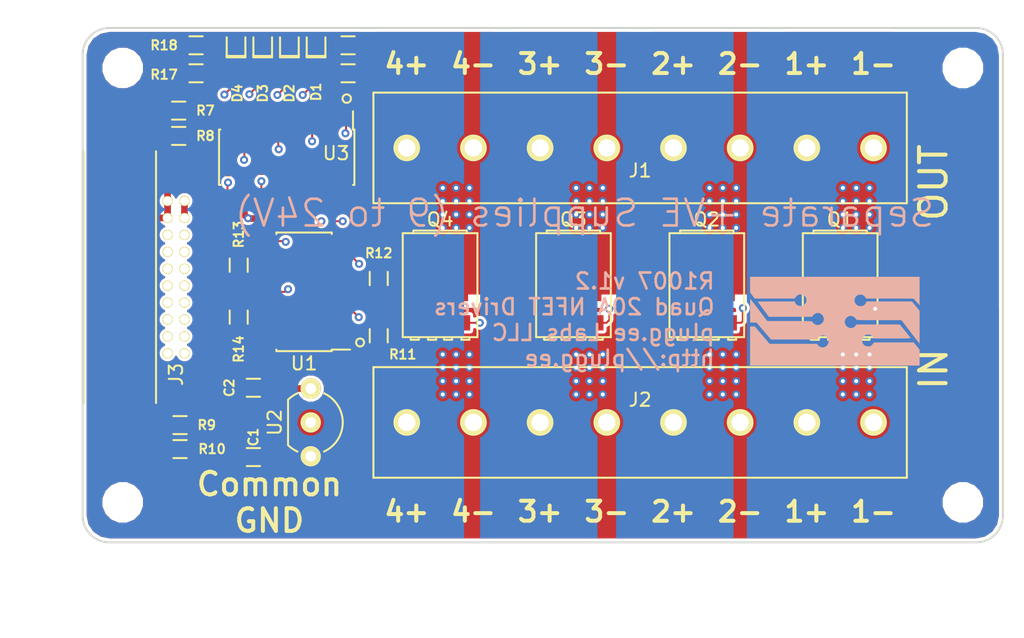
<source format=kicad_pcb>
(kicad_pcb (version 4) (host pcbnew 4.0.6-e0-6349~53~ubuntu14.04.1)
  (layers (0 F.Cu signal) (1 In1.Cu signal hide) (2 In2.Cu signal hide) (31 B.Cu signal hide) (34 B.Paste user) (35 F.Paste user) (36 B.SilkS user) (37 F.SilkS user) (38 B.Mask user) (39 F.Mask user) (44 Edge.Cuts user))
  (net 0 "")
  (net 1 GNDPWR)
  (net 2 GND)
  (net 3 HT)
  (net 4 VDD)
  (net 5 /GN1)
  (net 6 /GN2)
  (net 7 /GN3)
  (net 8 /GN4)
  (net 9 PX1)
  (net 10 PX2)
  (net 11 PX3)
  (net 12 PX4)
  (net 13 +5P)
  (net 14 /INR4)
  (net 15 /INR3)
  (net 16 /INR2)
  (net 17 /INR1)
  (net 18 /IGN3)
  (net 19 /IGN4)
  (net 20 /IGN2)
  (net 21 /IGN1)
  (net 22 /N1)
  (net 23 /N4)
  (net 24 /N2)
  (net 25 /N3)
  (net 26 "Net-(D1-Pad1)")
  (net 27 "Net-(D2-Pad1)")
  (net 28 "Net-(D3-Pad1)")
  (net 29 "Net-(D4-Pad1)")
  (net 30 /VDD4)
  (net 31 /VDD3)
  (net 32 /VDD2)
  (module Main:SOT127P500X110-5 (layer F.Cu) (at 159.8 87.3)
    (fp_text reference Q1 (at 0 -4.925) (layer F.SilkS))
    (fp_text value PSMN1R2-30YLC hide)
    (pad 2 smd rect (at -0.635 2.825) (size 0.7 1.15) (layers F.Cu F.Paste F.Mask) (net 1 GNDPWR))
    (pad 1 smd rect (at -1.905 2.825) (size 0.7 1.15) (layers F.Cu F.Paste F.Mask) (net 1 GNDPWR))
    (pad 3 smd rect (at 0.635 2.825) (size 0.7 1.15) (layers F.Cu F.Paste F.Mask) (net 1 GNDPWR))
    (pad 5 smd rect (at 0 -2.65) (size 4.7 1.55) (layers F.Cu F.Mask) (net 22 /N1))
    (pad 5 smd rect (at 0 -0.45) (size 4.2 3.3) (layers F.Cu F.Mask) (net 22 /N1))
    (pad 4 smd rect (at 1.905 2.825) (size 0.7 1.15) (layers F.Cu F.Paste F.Mask) (net 5 /GN1))
  )
  (module Main:SOT127P500X110-5 (layer F.Cu) (at 149.8 87.3)
    (fp_text reference Q2 (at 0 -4.925) (layer F.SilkS))
    (fp_text value PSMN1R2-30YLC hide)
    (pad 2 smd rect (at -0.635 2.825) (size 0.7 1.15) (layers F.Cu F.Paste F.Mask) (net 1 GNDPWR))
    (pad 1 smd rect (at -1.905 2.825) (size 0.7 1.15) (layers F.Cu F.Paste F.Mask) (net 1 GNDPWR))
    (pad 3 smd rect (at 0.635 2.825) (size 0.7 1.15) (layers F.Cu F.Paste F.Mask) (net 1 GNDPWR))
    (pad 5 smd rect (at 0 -2.65) (size 4.7 1.55) (layers F.Cu F.Mask) (net 24 /N2))
    (pad 5 smd rect (at 0 -0.45) (size 4.2 3.3) (layers F.Cu F.Mask) (net 24 /N2))
    (pad 4 smd rect (at 1.905 2.825) (size 0.7 1.15) (layers F.Cu F.Paste F.Mask) (net 6 /GN2))
  )
  (module Main:SOT127P500X110-5 (layer F.Cu) (at 139.8 87.3)
    (fp_text reference Q3 (at 0 -4.925) (layer F.SilkS))
    (fp_text value PSMN1R2-30YLC hide)
    (pad 2 smd rect (at -0.635 2.825) (size 0.7 1.15) (layers F.Cu F.Paste F.Mask) (net 1 GNDPWR))
    (pad 1 smd rect (at -1.905 2.825) (size 0.7 1.15) (layers F.Cu F.Paste F.Mask) (net 1 GNDPWR))
    (pad 3 smd rect (at 0.635 2.825) (size 0.7 1.15) (layers F.Cu F.Paste F.Mask) (net 1 GNDPWR))
    (pad 5 smd rect (at 0 -2.65) (size 4.7 1.55) (layers F.Cu F.Mask) (net 25 /N3))
    (pad 5 smd rect (at 0 -0.45) (size 4.2 3.3) (layers F.Cu F.Mask) (net 25 /N3))
    (pad 4 smd rect (at 1.905 2.825) (size 0.7 1.15) (layers F.Cu F.Paste F.Mask) (net 7 /GN3))
  )
  (module Main:SOT127P500X110-5 (layer F.Cu) (at 129.8 87.3)
    (fp_text reference Q4 (at 0 -4.925) (layer F.SilkS))
    (fp_text value PSMN1R2-30YLC hide)
    (pad 2 smd rect (at -0.635 2.825) (size 0.7 1.15) (layers F.Cu F.Paste F.Mask) (net 1 GNDPWR))
    (pad 1 smd rect (at -1.905 2.825) (size 0.7 1.15) (layers F.Cu F.Paste F.Mask) (net 1 GNDPWR))
    (pad 3 smd rect (at 0.635 2.825) (size 0.7 1.15) (layers F.Cu F.Paste F.Mask) (net 1 GNDPWR))
    (pad 5 smd rect (at 0 -2.65) (size 4.7 1.55) (layers F.Cu F.Mask) (net 23 /N4))
    (pad 5 smd rect (at 0 -0.45) (size 4.2 3.3) (layers F.Cu F.Mask) (net 23 /N4))
    (pad 4 smd rect (at 1.905 2.825) (size 0.7 1.15) (layers F.Cu F.Paste F.Mask) (net 8 /GN4))
  )
  (module Main:CONN500P-01X08 (layer F.Cu) (at 144.8 77 180)
    (fp_text reference J1 (at 0 -1.7 180) (layer F.SilkS))
    (fp_text value CONN500P-01X08 hide)
    (pad 1 thru_hole circle (at -17.5 0 180) (size 2 2) (drill 1.3) (layers *.Cu *.Mask F.SilkS) (net 22 /N1))
    (pad 2 thru_hole circle (at -12.5 0 180) (size 2 2) (drill 1.3) (layers *.Cu *.Mask F.SilkS) (net 30 /VDD4))
    (pad 8 thru_hole circle (at 17.5 0 180) (size 2 2) (drill 1.3) (layers *.Cu *.Mask F.SilkS) (net 4 VDD))
    (pad 7 thru_hole circle (at 12.5 0 180) (size 2 2) (drill 1.3) (layers *.Cu *.Mask F.SilkS) (net 23 /N4))
    (pad 3 thru_hole circle (at -7.5 0 180) (size 2 2) (drill 1.3) (layers *.Cu *.Mask F.SilkS) (net 24 /N2))
    (pad 4 thru_hole circle (at -2.5 0 180) (size 2 2) (drill 1.3) (layers *.Cu *.Mask F.SilkS) (net 31 /VDD3))
    (pad 5 thru_hole circle (at 2.5 0 180) (size 2 2) (drill 1.3) (layers *.Cu *.Mask F.SilkS) (net 25 /N3))
    (pad 6 thru_hole circle (at 7.5 0 180) (size 2 2) (drill 1.3) (layers *.Cu *.Mask F.SilkS) (net 32 /VDD2))
  )
  (module Main:TO92_AMMO (layer F.Cu) (at 120.1 97.6 270)
    (fp_text reference U2 (at 0 2.7 450) (layer F.SilkS))
    (fp_text value AS78L05ZTR-E1 hide)
    (pad 2 thru_hole circle (at 0 0) (size 1.524 1.524) (drill 0.8) (layers *.Cu *.Mask F.SilkS) (net 1 GNDPWR))
    (pad 3 thru_hole circle (at 2.54 0) (size 1.524 1.524) (drill 0.8) (layers *.Cu *.Mask F.SilkS) (net 4 VDD))
    (pad 1 thru_hole circle (at -2.54 0) (size 1.524 1.524) (drill 0.8) (layers *.Cu *.Mask F.SilkS) (net 13 +5P))
  )
  (module Main:MECH_NPTH_M3 (layer F.Cu) (at 169 109)
    (fp_text reference MP1 hide)
    (fp_text value MECH_NPTH_M3 hide)
    (pad "" np_thru_hole circle (at 0 -5.4) (size 2.6 2.6) (drill 2.6) (layers *.Cu *.Mask F.SilkS))
  )
  (module Main:MECH_NPTH_M3 (layer F.Cu) (at 169 71)
    (fp_text reference MP2 hide)
    (fp_text value MECH_NPTH_M3 hide)
    (pad "" np_thru_hole circle (at 0 0) (size 2.6 2.6) (drill 2.6) (layers *.Cu *.Mask F.SilkS))
  )
  (module Main:MECH_NPTH_M3 (layer F.Cu) (at 106 71)
    (fp_text reference MP3 hide)
    (fp_text value MECH_NPTH_M3 hide)
    (pad "" np_thru_hole circle (at 0 0) (size 2.6 2.6) (drill 2.6) (layers *.Cu *.Mask F.SilkS))
  )
  (module Main:MECH_NPTH_M3 (layer F.Cu) (at 106 109)
    (fp_text reference MP4 hide)
    (fp_text value MECH_NPTH_M3 hide)
    (pad "" np_thru_hole circle (at 0 -5.4) (size 2.6 2.6) (drill 2.6) (layers *.Cu *.Mask F.SilkS))
  )
  (module pluggee:pluggeeLabsIcon-13X7 (layer B.Cu) (at 159.4 90)
    (fp_text reference A1 hide)
    (fp_text value ART hide)
  )
  (module Main:CAPC0603 (layer F.Cu) (at 115.8 100.2 180)
    (fp_text reference C1 (at 0 1.5 270) (layer F.SilkS) (effects (font (size 0.7 0.7))))
    (fp_text value CC0603KRX7R9BB104)
    (pad 1 smd rect (at -0.7745 0 180) (size 0.787 0.864) (layers F.Cu F.Paste F.Mask) (net 4 VDD))
    (pad 2 smd rect (at 0.7745 0 180) (size 0.787 0.864) (layers F.Cu F.Paste F.Mask) (net 1 GNDPWR))
  )
  (module Main:CAPC0603 (layer F.Cu) (at 115.8 95 180)
    (fp_text reference C2 (at 1.8 0 270) (layer F.SilkS) (effects (font (size 0.7 0.7))))
    (fp_text value CC0603KRX7R9BB104)
    (pad 1 smd rect (at -0.7745 0 180) (size 0.787 0.864) (layers F.Cu F.Paste F.Mask) (net 13 +5P))
    (pad 2 smd rect (at 0.7745 0 180) (size 0.787 0.864) (layers F.Cu F.Paste F.Mask) (net 1 GNDPWR))
  )
  (module Main:DIOC200X120X110 (layer F.Cu) (at 120.5 70.4 270)
    (fp_text reference D1 (at 2.4 0 270) (layer F.SilkS) (effects (font (size 0.7 0.7))))
    (fp_text value LTW-170TK hide)
    (pad 1 smd rect (at -1.05 0 270) (size 1.2 1.2) (layers F.Cu F.Paste F.Mask) (net 26 "Net-(D1-Pad1)"))
    (pad 2 smd rect (at 1.05 0 270) (size 1.2 1.2) (layers F.Cu F.Paste F.Mask) (net 5 /GN1))
  )
  (module Main:DIOC200X120X110 (layer F.Cu) (at 118.5 70.4 270)
    (fp_text reference D2 (at 2.5 0 270) (layer F.SilkS) (effects (font (size 0.7 0.7))))
    (fp_text value LTW-170TK hide)
    (pad 1 smd rect (at -1.05 0 270) (size 1.2 1.2) (layers F.Cu F.Paste F.Mask) (net 27 "Net-(D2-Pad1)"))
    (pad 2 smd rect (at 1.05 0 270) (size 1.2 1.2) (layers F.Cu F.Paste F.Mask) (net 6 /GN2))
  )
  (module Main:DIOC200X120X110 (layer F.Cu) (at 116.5 70.4 270)
    (fp_text reference D3 (at 2.5 0 270) (layer F.SilkS) (effects (font (size 0.7 0.7))))
    (fp_text value LTW-170TK hide)
    (pad 1 smd rect (at -1.05 0 270) (size 1.2 1.2) (layers F.Cu F.Paste F.Mask) (net 28 "Net-(D3-Pad1)"))
    (pad 2 smd rect (at 1.05 0 270) (size 1.2 1.2) (layers F.Cu F.Paste F.Mask) (net 7 /GN3))
  )
  (module Main:DIOC200X120X110 (layer F.Cu) (at 114.5 70.4 270)
    (fp_text reference D4 (at 2.5 -0.1 450) (layer F.SilkS) (effects (font (size 0.7 0.7))))
    (fp_text value LTW-170TK hide)
    (pad 1 smd rect (at -1.05 0 270) (size 1.2 1.2) (layers F.Cu F.Paste F.Mask) (net 29 "Net-(D4-Pad1)"))
    (pad 2 smd rect (at 1.05 0 270) (size 1.2 1.2) (layers F.Cu F.Paste F.Mask) (net 8 /GN4))
  )
  (module Main:RESC0603 (layer F.Cu) (at 110.2 74.2 180)
    (fp_text reference R7 (at -2 0 180) (layer F.SilkS) (effects (font (size 0.7 0.7))))
    (fp_text value RC0603FR-071KL)
    (pad 1 smd rect (at -0.7745 0 180) (size 0.787 0.864) (layers F.Cu F.Paste F.Mask) (net 14 /INR4))
    (pad 2 smd rect (at 0.7745 0 180) (size 0.787 0.864) (layers F.Cu F.Paste F.Mask) (net 2 GND))
  )
  (module Main:RESC0603 (layer F.Cu) (at 110.2 76.1 180)
    (fp_text reference R8 (at -2 0 180) (layer F.SilkS) (effects (font (size 0.7 0.7))))
    (fp_text value RC0603FR-071KL)
    (pad 1 smd rect (at -0.7745 0 180) (size 0.787 0.864) (layers F.Cu F.Paste F.Mask) (net 15 /INR3))
    (pad 2 smd rect (at 0.7745 0 180) (size 0.787 0.864) (layers F.Cu F.Paste F.Mask) (net 2 GND))
  )
  (module Main:RESC0603 (layer F.Cu) (at 110.3 97.8 180)
    (fp_text reference R9 (at -2 0 180) (layer F.SilkS) (effects (font (size 0.7 0.7))))
    (fp_text value RC0603FR-071KL)
    (pad 1 smd rect (at -0.7745 0 180) (size 0.787 0.864) (layers F.Cu F.Paste F.Mask) (net 16 /INR2))
    (pad 2 smd rect (at 0.7745 0 180) (size 0.787 0.864) (layers F.Cu F.Paste F.Mask) (net 2 GND))
  )
  (module Main:RESC0603 (layer F.Cu) (at 110.3 99.6 180)
    (fp_text reference R10 (at -2.4 0 180) (layer F.SilkS) (effects (font (size 0.7 0.7))))
    (fp_text value RC0603FR-071KL)
    (pad 1 smd rect (at -0.7745 0 180) (size 0.787 0.864) (layers F.Cu F.Paste F.Mask) (net 17 /INR1))
    (pad 2 smd rect (at 0.7745 0 180) (size 0.787 0.864) (layers F.Cu F.Paste F.Mask) (net 2 GND))
  )
  (module Main:RESC0603 (layer F.Cu) (at 125.2 91.1 270)
    (fp_text reference R11 (at 1.4 -1.8 360) (layer F.SilkS) (effects (font (size 0.7 0.7))))
    (fp_text value RC0603FR-074K7L)
    (pad 1 smd rect (at -0.7745 0 270) (size 0.787 0.864) (layers F.Cu F.Paste F.Mask) (net 19 /IGN4))
    (pad 2 smd rect (at 0.7745 0 270) (size 0.787 0.864) (layers F.Cu F.Paste F.Mask) (net 1 GNDPWR))
  )
  (module Main:RESC0603 (layer F.Cu) (at 125.2 86.8 270)
    (fp_text reference R12 (at -1.9 0 360) (layer F.SilkS) (effects (font (size 0.7 0.7))))
    (fp_text value RC0603FR-074K7L)
    (pad 1 smd rect (at -0.7745 0 270) (size 0.787 0.864) (layers F.Cu F.Paste F.Mask) (net 18 /IGN3))
    (pad 2 smd rect (at 0.7745 0 270) (size 0.787 0.864) (layers F.Cu F.Paste F.Mask) (net 1 GNDPWR))
  )
  (module Main:RESC0603 (layer F.Cu) (at 114.7 85.8 270)
    (fp_text reference R13 (at -2.3 0 270) (layer F.SilkS) (effects (font (size 0.7 0.7))))
    (fp_text value RC0603FR-074K7L)
    (pad 1 smd rect (at -0.7745 0 270) (size 0.787 0.864) (layers F.Cu F.Paste F.Mask) (net 20 /IGN2))
    (pad 2 smd rect (at 0.7745 0 270) (size 0.787 0.864) (layers F.Cu F.Paste F.Mask) (net 1 GNDPWR))
  )
  (module Main:RESC0603 (layer F.Cu) (at 114.7 89.7 270)
    (fp_text reference R14 (at 2.4 0 270) (layer F.SilkS) (effects (font (size 0.7 0.7))))
    (fp_text value RC0603FR-074K7L)
    (pad 1 smd rect (at -0.7745 0 270) (size 0.787 0.864) (layers F.Cu F.Paste F.Mask) (net 21 /IGN1))
    (pad 2 smd rect (at 0.7745 0 270) (size 0.787 0.864) (layers F.Cu F.Paste F.Mask) (net 1 GNDPWR))
  )
  (module Main:RESC0603 (layer F.Cu) (at 122.9 69.3)
    (fp_text reference R15 hide)
    (fp_text value RC0603FR-071KL)
    (pad 1 smd rect (at -0.7745 0) (size 0.787 0.864) (layers F.Cu F.Paste F.Mask) (net 26 "Net-(D1-Pad1)"))
    (pad 2 smd rect (at 0.7745 0) (size 0.787 0.864) (layers F.Cu F.Paste F.Mask) (net 1 GNDPWR))
  )
  (module Main:RESC0603 (layer F.Cu) (at 122.9 71.4)
    (fp_text reference R16 hide)
    (fp_text value RC0603FR-071KL)
    (pad 1 smd rect (at -0.7745 0) (size 0.787 0.864) (layers F.Cu F.Paste F.Mask) (net 27 "Net-(D2-Pad1)"))
    (pad 2 smd rect (at 0.7745 0) (size 0.787 0.864) (layers F.Cu F.Paste F.Mask) (net 1 GNDPWR))
  )
  (module Main:RESC0603 (layer F.Cu) (at 111.5 71.4 180)
    (fp_text reference R17 (at 2.4 -0.1 180) (layer F.SilkS) (effects (font (size 0.7 0.7))))
    (fp_text value RC0603FR-071KL)
    (pad 1 smd rect (at -0.7745 0 180) (size 0.787 0.864) (layers F.Cu F.Paste F.Mask) (net 28 "Net-(D3-Pad1)"))
    (pad 2 smd rect (at 0.7745 0 180) (size 0.787 0.864) (layers F.Cu F.Paste F.Mask) (net 1 GNDPWR))
  )
  (module Main:RESC0603 (layer F.Cu) (at 111.5 69.3 180)
    (fp_text reference R18 (at 2.4 0 180) (layer F.SilkS) (effects (font (size 0.7 0.7))))
    (fp_text value RC0603FR-071KL)
    (pad 1 smd rect (at -0.7745 0 180) (size 0.787 0.864) (layers F.Cu F.Paste F.Mask) (net 29 "Net-(D4-Pad1)"))
    (pad 2 smd rect (at 0.7745 0 180) (size 0.787 0.864) (layers F.Cu F.Paste F.Mask) (net 1 GNDPWR))
  )
  (module Main:CONN500P-01X08 (layer F.Cu) (at 144.8 97.6)
    (fp_text reference J2 (at 0 -1.7) (layer F.SilkS))
    (fp_text value CONN500P-01X08 hide)
    (pad 1 thru_hole circle (at -17.5 0) (size 2 2) (drill 1.3) (layers *.Cu *.Mask F.SilkS) (net 4 VDD))
    (pad 2 thru_hole circle (at -12.5 0) (size 2 2) (drill 1.3) (layers *.Cu *.Mask F.SilkS) (net 1 GNDPWR))
    (pad 8 thru_hole circle (at 17.5 0) (size 2 2) (drill 1.3) (layers *.Cu *.Mask F.SilkS) (net 1 GNDPWR))
    (pad 7 thru_hole circle (at 12.5 0) (size 2 2) (drill 1.3) (layers *.Cu *.Mask F.SilkS) (net 30 /VDD4))
    (pad 3 thru_hole circle (at -7.5 0) (size 2 2) (drill 1.3) (layers *.Cu *.Mask F.SilkS) (net 32 /VDD2))
    (pad 4 thru_hole circle (at -2.5 0) (size 2 2) (drill 1.3) (layers *.Cu *.Mask F.SilkS) (net 1 GNDPWR))
    (pad 5 thru_hole circle (at 2.5 0) (size 2 2) (drill 1.3) (layers *.Cu *.Mask F.SilkS) (net 31 /VDD3))
    (pad 6 thru_hole circle (at 7.5 0) (size 2 2) (drill 1.3) (layers *.Cu *.Mask F.SilkS) (net 1 GNDPWR))
  )
  (module Main:SOIC127P1030X455X210-16 (layer F.Cu) (at 118.3 77.7 270)
    (fp_text reference U3 (at -0.3 -3.7 360) (layer F.SilkS))
    (fp_text value TLP293-4 hide)
    (pad 1 smd rect (at -3.15 -4.445 270) (size 1.2 0.8) (layers F.Cu F.Paste F.Mask) (net 9 PX1))
    (pad 2 smd rect (at -3.15 -3.175 270) (size 1.2 0.8) (layers F.Cu F.Paste F.Mask) (net 17 /INR1))
    (pad 3 smd rect (at -3.15 -1.905 270) (size 1.2 0.8) (layers F.Cu F.Paste F.Mask) (net 10 PX2))
    (pad 4 smd rect (at -3.15 -0.635 270) (size 1.2 0.8) (layers F.Cu F.Paste F.Mask) (net 16 /INR2))
    (pad 5 smd rect (at -3.15 0.635 270) (size 1.2 0.8) (layers F.Cu F.Paste F.Mask) (net 11 PX3))
    (pad 6 smd rect (at -3.15 1.905 270) (size 1.2 0.8) (layers F.Cu F.Paste F.Mask) (net 15 /INR3))
    (pad 7 smd rect (at -3.15 3.175 270) (size 1.2 0.8) (layers F.Cu F.Paste F.Mask) (net 12 PX4))
    (pad 8 smd rect (at -3.15 4.445 270) (size 1.2 0.8) (layers F.Cu F.Paste F.Mask) (net 14 /INR4))
    (pad 9 smd rect (at 3.15 4.445 270) (size 1.2 0.8) (layers F.Cu F.Paste F.Mask) (net 19 /IGN4))
    (pad 10 smd rect (at 3.15 3.175 270) (size 1.2 0.8) (layers F.Cu F.Paste F.Mask) (net 13 +5P))
    (pad 11 smd rect (at 3.15 1.905 270) (size 1.2 0.8) (layers F.Cu F.Paste F.Mask) (net 18 /IGN3))
    (pad 12 smd rect (at 3.15 0.635 270) (size 1.2 0.8) (layers F.Cu F.Paste F.Mask) (net 13 +5P))
    (pad 13 smd rect (at 3.15 -0.635 270) (size 1.2 0.8) (layers F.Cu F.Paste F.Mask) (net 20 /IGN2))
    (pad 14 smd rect (at 3.15 -1.905 270) (size 1.2 0.8) (layers F.Cu F.Paste F.Mask) (net 13 +5P))
    (pad 15 smd rect (at 3.15 -3.175 270) (size 1.2 0.8) (layers F.Cu F.Paste F.Mask) (net 21 /IGN1))
    (pad 16 smd rect (at 3.15 -4.445 270) (size 1.2 0.8) (layers F.Cu F.Paste F.Mask) (net 13 +5P))
  )
  (module Main:SOIC127P870X390X175-14 (layer F.Cu) (at 119.6 87.8 180)
    (fp_text reference U1 (at 0 -5.375 180) (layer F.SilkS))
    (fp_text value 74HC125 hide)
    (pad 1 smd rect (at -2.7 -3.81 180) (size 1.5 0.6) (layers F.Cu F.Paste F.Mask) (net 1 GNDPWR))
    (pad 2 smd rect (at -2.7 -2.54 180) (size 1.5 0.6) (layers F.Cu F.Paste F.Mask) (net 19 /IGN4))
    (pad 3 smd rect (at -2.7 -1.27 180) (size 1.5 0.6) (layers F.Cu F.Paste F.Mask) (net 8 /GN4))
    (pad 4 smd rect (at -2.7 0 180) (size 1.5 0.6) (layers F.Cu F.Paste F.Mask) (net 1 GNDPWR))
    (pad 5 smd rect (at -2.7 1.27 180) (size 1.5 0.6) (layers F.Cu F.Paste F.Mask) (net 18 /IGN3))
    (pad 6 smd rect (at -2.7 2.54 180) (size 1.5 0.6) (layers F.Cu F.Paste F.Mask) (net 7 /GN3))
    (pad 7 smd rect (at -2.7 3.81 180) (size 1.5 0.6) (layers F.Cu F.Paste F.Mask) (net 1 GNDPWR))
    (pad 8 smd rect (at 2.7 3.81 180) (size 1.5 0.6) (layers F.Cu F.Paste F.Mask) (net 6 /GN2))
    (pad 9 smd rect (at 2.7 2.54 180) (size 1.5 0.6) (layers F.Cu F.Paste F.Mask) (net 20 /IGN2))
    (pad 10 smd rect (at 2.7 1.27 180) (size 1.5 0.6) (layers F.Cu F.Paste F.Mask) (net 1 GNDPWR))
    (pad 11 smd rect (at 2.7 0 180) (size 1.5 0.6) (layers F.Cu F.Paste F.Mask) (net 5 /GN1))
    (pad 12 smd rect (at 2.7 -1.27 180) (size 1.5 0.6) (layers F.Cu F.Paste F.Mask) (net 21 /IGN1))
    (pad 13 smd rect (at 2.7 -2.54 180) (size 1.5 0.6) (layers F.Cu F.Paste F.Mask) (net 1 GNDPWR))
    (pad 14 smd rect (at 2.7 -3.81 180) (size 1.5 0.6) (layers F.Cu F.Paste F.Mask) (net 13 +5P))
  )
  (module Main:FIDTOP001 (layer F.Cu) (at 106 99.6)
    (fp_text reference FID1 hide)
    (fp_text value FIDTOP001 hide)
    (pad ~ smd circle (at 0 0) (size 1 1) (layers F.Cu F.Mask) (clearance 0.77))
  )
  (module Main:FIDTOP001 (layer F.Cu) (at 169 99.6)
    (fp_text reference FID2 hide)
    (fp_text value FIDTOP001 hide)
    (pad ~ smd circle (at 0 0) (size 1 1) (layers F.Cu F.Mask) (clearance 0.77))
  )
  (module Main:FIDTOP001 (layer F.Cu) (at 106 75)
    (fp_text reference FID3 hide)
    (fp_text value FIDTOP001 hide)
    (pad ~ smd circle (at 0 0) (size 1 1) (layers F.Cu F.Mask) (clearance 0.77))
  )
  (module Main:CONN127P-02X10 (layer F.Cu) (at 110 86.7 270)
    (fp_text reference J3 (at 7.3 0 270) (layer F.SilkS))
    (fp_text value CONN_R1000A_EXTENSION hide)
    (pad 20 thru_hole circle (at -5.715 0.635 270) (size 0.75 0.75) (drill 0.6) (layers *.Cu *.Mask F.SilkS) (net 2 GND))
    (pad 19 thru_hole circle (at -5.715 -0.635 270) (size 0.75 0.75) (drill 0.6) (layers *.Cu *.Mask F.SilkS) (net 3 HT))
    (pad 2 thru_hole circle (at 5.715 0.635 270) (size 0.75 0.75) (drill 0.6) (layers *.Cu *.Mask F.SilkS))
    (pad 18 thru_hole circle (at -4.445 0.635 270) (size 0.75 0.75) (drill 0.6) (layers *.Cu *.Mask F.SilkS) (net 2 GND))
    (pad 17 thru_hole circle (at -4.445 -0.635 270) (size 0.75 0.75) (drill 0.6) (layers *.Cu *.Mask F.SilkS) (net 3 HT))
    (pad 16 thru_hole circle (at -3.175 0.635 270) (size 0.75 0.75) (drill 0.6) (layers *.Cu *.Mask F.SilkS))
    (pad 15 thru_hole circle (at -3.175 -0.635 270) (size 0.75 0.75) (drill 0.6) (layers *.Cu *.Mask F.SilkS))
    (pad 14 thru_hole circle (at -1.905 0.635 270) (size 0.75 0.75) (drill 0.6) (layers *.Cu *.Mask F.SilkS))
    (pad 13 thru_hole circle (at -1.905 -0.635 270) (size 0.75 0.75) (drill 0.6) (layers *.Cu *.Mask F.SilkS) (net 9 PX1))
    (pad 12 thru_hole circle (at -0.635 0.635 270) (size 0.75 0.75) (drill 0.6) (layers *.Cu *.Mask F.SilkS))
    (pad 11 thru_hole circle (at -0.635 -0.635 270) (size 0.75 0.75) (drill 0.6) (layers *.Cu *.Mask F.SilkS) (net 10 PX2))
    (pad 10 thru_hole circle (at 0.635 0.635 270) (size 0.75 0.75) (drill 0.6) (layers *.Cu *.Mask F.SilkS))
    (pad 9 thru_hole circle (at 0.635 -0.635 270) (size 0.75 0.75) (drill 0.6) (layers *.Cu *.Mask F.SilkS) (net 11 PX3))
    (pad 8 thru_hole circle (at 1.905 0.635 270) (size 0.75 0.75) (drill 0.6) (layers *.Cu *.Mask F.SilkS))
    (pad 7 thru_hole circle (at 1.905 -0.635 270) (size 0.75 0.75) (drill 0.6) (layers *.Cu *.Mask F.SilkS) (net 12 PX4))
    (pad 6 thru_hole circle (at 3.175 0.635 270) (size 0.75 0.75) (drill 0.6) (layers *.Cu *.Mask F.SilkS))
    (pad 5 thru_hole circle (at 3.175 -0.635 270) (size 0.75 0.75) (drill 0.6) (layers *.Cu *.Mask F.SilkS))
    (pad 4 thru_hole circle (at 4.445 0.635 270) (size 0.75 0.75) (drill 0.6) (layers *.Cu *.Mask F.SilkS))
    (pad 3 thru_hole circle (at 4.445 -0.635 270) (size 0.75 0.75) (drill 0.6) (layers *.Cu *.Mask F.SilkS))
    (pad 1 thru_hole circle (at 5.715 -0.635 270) (size 0.75 0.75) (drill 0.6) (layers *.Cu *.Mask F.SilkS))
  )
  (gr_text "Separate +VE Supplies (9 to 24V)" (at 167 81.9) (layer B.SilkS) (effects (font (size 2 2) (thickness 0.2)) (justify left mirror)))
  (gr_text IN (at 166.8 93.6 90) (layer F.SilkS) (effects (font (size 2 2) (thickness 0.3))))
  (gr_text 4- (at 132.3 104.3) (layer F.SilkS) (effects (font (size 1.5 1.5) (thickness 0.3))))
  (gr_text 4+ (at 127.3 104.3) (layer F.SilkS) (effects (font (size 1.5 1.5) (thickness 0.3))))
  (gr_text 3- (at 142.3 104.3) (layer F.SilkS) (effects (font (size 1.5 1.5) (thickness 0.3))))
  (gr_text 3+ (at 137.3 104.3) (layer F.SilkS) (effects (font (size 1.5 1.5) (thickness 0.3))))
  (gr_text 2- (at 152.3 104.3) (layer F.SilkS) (effects (font (size 1.5 1.5) (thickness 0.3))))
  (gr_text 2+ (at 147.3 104.3) (layer F.SilkS) (effects (font (size 1.5 1.5) (thickness 0.3))))
  (gr_text 1- (at 162.3 104.3) (layer F.SilkS) (effects (font (size 1.5 1.5) (thickness 0.3))))
  (gr_text 1+ (at 157.3 104.3) (layer F.SilkS) (effects (font (size 1.5 1.5) (thickness 0.3))))
  (gr_text OUT (at 166.8 79.6 90) (layer F.SilkS) (effects (font (size 2 2) (thickness 0.3))))
  (gr_text "R1007 v1.2\nQuad 20A NFET Drivers\nplugg.ee Labs LLC\nhttp://plugg.ee" (at 150.5 89.9) (layer B.SilkS) (effects (font (size 1.2 1.2) (thickness 0.2)) (justify left mirror)))
  (gr_text "Common\nGND" (at 117 103.6) (layer F.SilkS) (effects (font (size 1.7 1.7) (thickness 0.3))))
  (gr_text 1+ (at 157.3 70.7) (layer F.SilkS) (effects (font (size 1.5 1.5) (thickness 0.3))))
  (gr_text 1- (at 162.3 70.7) (layer F.SilkS) (effects (font (size 1.5 1.5) (thickness 0.3))))
  (gr_text 2+ (at 147.3 70.7) (layer F.SilkS) (effects (font (size 1.5 1.5) (thickness 0.3))))
  (gr_text 2- (at 152.3 70.7) (layer F.SilkS) (effects (font (size 1.5 1.5) (thickness 0.3))))
  (gr_text 3+ (at 137.3 70.7) (layer F.SilkS) (effects (font (size 1.5 1.5) (thickness 0.3))))
  (gr_text 3- (at 142.3 70.7) (layer F.SilkS) (effects (font (size 1.5 1.5) (thickness 0.3))))
  (gr_text 4+ (at 127.3 70.7) (layer F.SilkS) (effects (font (size 1.5 1.5) (thickness 0.3))))
  (gr_text 4- (at 132.3 70.7) (layer F.SilkS) (effects (font (size 1.5 1.5) (thickness 0.3))))
  (gr_arc (start 170 70) (end 170 68) (angle 90) (layer Edge.Cuts) (width 0.15))
  (gr_arc (start 170 104.6) (end 172 104.6) (angle 90) (layer Edge.Cuts) (width 0.15))
  (gr_line (start 172 70) (end 172 104.6) (angle 90) (layer Edge.Cuts) (width 0.15))
  (gr_line (start 170 106.6) (end 105 106.6) (angle 90) (layer Edge.Cuts) (width 0.15))
  (gr_line (start 103 70) (end 103 104.6) (angle 90) (layer Edge.Cuts) (width 0.15))
  (gr_arc (start 105 104.6) (end 105 106.6) (angle 90) (layer Edge.Cuts) (width 0.15))
  (gr_arc (start 105 70) (end 103 70) (angle 90) (layer Edge.Cuts) (width 0.15))
  (gr_line (start 170 68) (end 105 68) (angle 90) (layer Edge.Cuts) (width 0.15))
  (segment (start 162.3 97.6) (end 162.3 95.8) (width 0.25) (layer F.Cu) (net 1))
  (via (at 160 92.5) (size 0.6) (drill 0.3) (layers F.Cu B.Cu) (net 1))
  (via (at 160 93.5) (size 0.6) (drill 0.3) (layers F.Cu B.Cu) (net 1))
  (segment (start 160 94.5) (end 160 93.5) (width 0.25) (layer F.Cu) (net 1))
  (via (at 160 94.5) (size 0.6) (drill 0.3) (layers F.Cu B.Cu) (net 1))
  (via (at 160 95.5) (size 0.6) (drill 0.3) (layers F.Cu B.Cu) (net 1))
  (segment (start 161 95.5) (end 160 95.5) (width 0.25) (layer F.Cu) (net 1))
  (via (at 161 95.5) (size 0.6) (drill 0.3) (layers F.Cu B.Cu) (net 1))
  (via (at 161 94.5) (size 0.6) (drill 0.3) (layers F.Cu B.Cu) (net 1))
  (segment (start 161 93.5) (end 161 94.5) (width 0.25) (layer F.Cu) (net 1))
  (via (at 161 93.5) (size 0.6) (drill 0.3) (layers F.Cu B.Cu) (net 1))
  (via (at 161 92.5) (size 0.6) (drill 0.3) (layers F.Cu B.Cu) (net 1))
  (segment (start 162 92.5) (end 161 92.5) (width 0.25) (layer F.Cu) (net 1))
  (via (at 162 92.5) (size 0.6) (drill 0.3) (layers F.Cu B.Cu) (net 1))
  (via (at 162 93.5) (size 0.6) (drill 0.3) (layers F.Cu B.Cu) (net 1))
  (segment (start 162 94.5) (end 162 93.5) (width 0.25) (layer F.Cu) (net 1))
  (via (at 162 94.5) (size 0.6) (drill 0.3) (layers F.Cu B.Cu) (net 1))
  (via (at 162 95.5) (size 0.6) (drill 0.3) (layers F.Cu B.Cu) (net 1))
  (segment (start 162.3 95.8) (end 162 95.5) (width 0.25) (layer F.Cu) (net 1))
  (segment (start 152.3 97.6) (end 152.3 95.8) (width 0.25) (layer F.Cu) (net 1))
  (via (at 150 92.5) (size 0.6) (drill 0.3) (layers F.Cu B.Cu) (net 1))
  (via (at 150 93.5) (size 0.6) (drill 0.3) (layers F.Cu B.Cu) (net 1))
  (segment (start 150 94.5) (end 150 93.5) (width 0.25) (layer F.Cu) (net 1))
  (via (at 150 94.5) (size 0.6) (drill 0.3) (layers F.Cu B.Cu) (net 1))
  (via (at 150 95.5) (size 0.6) (drill 0.3) (layers F.Cu B.Cu) (net 1))
  (segment (start 151 95.5) (end 150 95.5) (width 0.25) (layer F.Cu) (net 1))
  (via (at 151 95.5) (size 0.6) (drill 0.3) (layers F.Cu B.Cu) (net 1))
  (via (at 151 94.5) (size 0.6) (drill 0.3) (layers F.Cu B.Cu) (net 1))
  (segment (start 151 93.5) (end 151 94.5) (width 0.25) (layer F.Cu) (net 1))
  (via (at 151 93.5) (size 0.6) (drill 0.3) (layers F.Cu B.Cu) (net 1))
  (via (at 151 92.5) (size 0.6) (drill 0.3) (layers F.Cu B.Cu) (net 1))
  (segment (start 152 92.5) (end 151 92.5) (width 0.25) (layer F.Cu) (net 1))
  (via (at 152 92.5) (size 0.6) (drill 0.3) (layers F.Cu B.Cu) (net 1))
  (via (at 152 93.5) (size 0.6) (drill 0.3) (layers F.Cu B.Cu) (net 1))
  (segment (start 152 94.5) (end 152 93.5) (width 0.25) (layer F.Cu) (net 1))
  (via (at 152 94.5) (size 0.6) (drill 0.3) (layers F.Cu B.Cu) (net 1))
  (via (at 152 95.5) (size 0.6) (drill 0.3) (layers F.Cu B.Cu) (net 1))
  (segment (start 152.3 95.8) (end 152 95.5) (width 0.25) (layer F.Cu) (net 1))
  (segment (start 142.3 97.6) (end 142.3 95.8) (width 0.25) (layer F.Cu) (net 1))
  (via (at 140 92.5) (size 0.6) (drill 0.3) (layers F.Cu B.Cu) (net 1))
  (via (at 140 93.5) (size 0.6) (drill 0.3) (layers F.Cu B.Cu) (net 1))
  (segment (start 140 94.5) (end 140 93.5) (width 0.25) (layer F.Cu) (net 1))
  (via (at 140 94.5) (size 0.6) (drill 0.3) (layers F.Cu B.Cu) (net 1))
  (via (at 140 95.5) (size 0.6) (drill 0.3) (layers F.Cu B.Cu) (net 1))
  (segment (start 141 95.5) (end 140 95.5) (width 0.25) (layer F.Cu) (net 1))
  (via (at 141 95.5) (size 0.6) (drill 0.3) (layers F.Cu B.Cu) (net 1))
  (via (at 141 94.5) (size 0.6) (drill 0.3) (layers F.Cu B.Cu) (net 1))
  (segment (start 141 93.5) (end 141 94.5) (width 0.25) (layer F.Cu) (net 1))
  (via (at 141 93.5) (size 0.6) (drill 0.3) (layers F.Cu B.Cu) (net 1))
  (via (at 141 92.5) (size 0.6) (drill 0.3) (layers F.Cu B.Cu) (net 1))
  (segment (start 142 92.5) (end 141 92.5) (width 0.25) (layer F.Cu) (net 1))
  (via (at 142 92.5) (size 0.6) (drill 0.3) (layers F.Cu B.Cu) (net 1))
  (via (at 142 93.5) (size 0.6) (drill 0.3) (layers F.Cu B.Cu) (net 1))
  (segment (start 142 94.5) (end 142 93.5) (width 0.25) (layer F.Cu) (net 1))
  (via (at 142 94.5) (size 0.6) (drill 0.3) (layers F.Cu B.Cu) (net 1))
  (via (at 142 95.5) (size 0.6) (drill 0.3) (layers F.Cu B.Cu) (net 1))
  (segment (start 142.3 95.8) (end 142 95.5) (width 0.25) (layer F.Cu) (net 1))
  (segment (start 132.3 97.6) (end 132.3 95.8) (width 0.25) (layer F.Cu) (net 1))
  (via (at 130 92.5) (size 0.6) (drill 0.3) (layers F.Cu B.Cu) (net 1))
  (via (at 130 93.5) (size 0.6) (drill 0.3) (layers F.Cu B.Cu) (net 1))
  (segment (start 130 94.5) (end 130 93.5) (width 0.25) (layer F.Cu) (net 1))
  (via (at 130 94.5) (size 0.6) (drill 0.3) (layers F.Cu B.Cu) (net 1))
  (via (at 130 95.5) (size 0.6) (drill 0.3) (layers F.Cu B.Cu) (net 1))
  (segment (start 131 95.5) (end 130 95.5) (width 0.25) (layer F.Cu) (net 1))
  (via (at 131 95.5) (size 0.6) (drill 0.3) (layers F.Cu B.Cu) (net 1))
  (via (at 131 94.5) (size 0.6) (drill 0.3) (layers F.Cu B.Cu) (net 1))
  (segment (start 131 93.5) (end 131 94.5) (width 0.25) (layer F.Cu) (net 1))
  (via (at 131 93.5) (size 0.6) (drill 0.3) (layers F.Cu B.Cu) (net 1))
  (via (at 131 92.5) (size 0.6) (drill 0.3) (layers F.Cu B.Cu) (net 1))
  (segment (start 132 92.5) (end 131 92.5) (width 0.25) (layer F.Cu) (net 1))
  (via (at 132 92.5) (size 0.6) (drill 0.3) (layers F.Cu B.Cu) (net 1))
  (via (at 132 93.5) (size 0.6) (drill 0.3) (layers F.Cu B.Cu) (net 1))
  (segment (start 132 94.5) (end 132 93.5) (width 0.25) (layer F.Cu) (net 1))
  (via (at 132 94.5) (size 0.6) (drill 0.3) (layers F.Cu B.Cu) (net 1))
  (via (at 132 95.5) (size 0.6) (drill 0.3) (layers F.Cu B.Cu) (net 1))
  (segment (start 132.3 95.8) (end 132 95.5) (width 0.25) (layer F.Cu) (net 1))
  (segment (start 122.3 87.8) (end 124.9745 87.8) (width 0.25) (layer F.Cu) (net 1))
  (segment (start 124.9745 87.8) (end 125.2 87.5745) (width 0.25) (layer F.Cu) (net 1))
  (segment (start 109.365 80.985) (end 109.365 76.1605) (width 0.5) (layer F.Cu) (net 2))
  (segment (start 109.365 76.1605) (end 109.4255 76.1) (width 0.5) (layer F.Cu) (net 2))
  (segment (start 109.4255 76.1) (end 109.4255 74.2) (width 0.5) (layer F.Cu) (net 2))
  (segment (start 109.5255 99.6) (end 109.5255 97.8) (width 0.5) (layer F.Cu) (net 2))
  (segment (start 109.5255 97.8) (end 108.025 96.2995) (width 0.5) (layer F.Cu) (net 2))
  (segment (start 108.025 96.2995) (end 108.025 82.95) (width 0.5) (layer F.Cu) (net 2))
  (segment (start 108.025 82.95) (end 108.72 82.255) (width 0.5) (layer F.Cu) (net 2))
  (segment (start 108.72 82.255) (end 109.365 82.255) (width 0.5) (layer F.Cu) (net 2))
  (segment (start 109.365 82.255) (end 109.365 80.985) (width 0.5) (layer F.Cu) (net 2))
  (segment (start 110.635 80.985) (end 110.635 82.255) (width 0.5) (layer F.Cu) (net 3))
  (segment (start 120.1 100.14) (end 116.6345 100.14) (width 0.5) (layer F.Cu) (net 4))
  (segment (start 116.6345 100.14) (end 116.5745 100.2) (width 0.5) (layer F.Cu) (net 4))
  (segment (start 119.5 73.025) (end 120.5 72.025) (width 0.15) (layer F.Cu) (net 5))
  (via (at 119.5 73.025) (size 0.6) (drill 0.3) (layers F.Cu B.Cu) (net 5))
  (segment (start 120.5 72.025) (end 120.5 71.45) (width 0.15) (layer F.Cu) (net 5))
  (segment (start 162.425 89.075) (end 162.425 90.075) (width 0.15) (layer F.Cu) (net 5))
  (segment (start 118.2 87.8) (end 118.4 87.6) (width 0.15) (layer F.Cu) (net 5))
  (via (at 118.4 87.6) (size 0.6) (drill 0.3) (layers F.Cu B.Cu) (net 5))
  (via (at 162.425 89.075) (size 0.6) (drill 0.3) (layers F.Cu B.Cu) (net 5))
  (segment (start 116.9 87.8) (end 118.2 87.8) (width 0.15) (layer F.Cu) (net 5))
  (segment (start 162.375 90.125) (end 161.705 90.125) (width 0.15) (layer F.Cu) (net 5))
  (segment (start 162.425 90.075) (end 162.375 90.125) (width 0.15) (layer F.Cu) (net 5))
  (segment (start 118.5 72.125) (end 118.5 71.45) (width 0.15) (layer F.Cu) (net 6))
  (segment (start 117.6 73.025) (end 118.5 72.125) (width 0.15) (layer F.Cu) (net 6))
  (via (at 117.6 73.025) (size 0.6) (drill 0.3) (layers F.Cu B.Cu) (net 6))
  (segment (start 152.5 89.025) (end 152.5 90) (width 0.15) (layer F.Cu) (net 6))
  (segment (start 118.165 83.99) (end 118.225 84.05) (width 0.15) (layer F.Cu) (net 6))
  (via (at 118.225 84.05) (size 0.6) (drill 0.3) (layers F.Cu B.Cu) (net 6))
  (via (at 152.5 89.025) (size 0.6) (drill 0.3) (layers F.Cu B.Cu) (net 6))
  (segment (start 116.9 83.99) (end 118.165 83.99) (width 0.15) (layer F.Cu) (net 6))
  (segment (start 152.375 90.125) (end 151.705 90.125) (width 0.15) (layer F.Cu) (net 6))
  (segment (start 152.5 90) (end 152.375 90.125) (width 0.15) (layer F.Cu) (net 6))
  (segment (start 115.5 72.975) (end 116.5 71.975) (width 0.15) (layer F.Cu) (net 7))
  (via (at 115.5 72.975) (size 0.6) (drill 0.3) (layers F.Cu B.Cu) (net 7))
  (segment (start 116.5 71.975) (end 116.5 71.45) (width 0.15) (layer F.Cu) (net 7))
  (segment (start 142.5 89.1) (end 142.5 89.9) (width 0.15) (layer F.Cu) (net 7))
  (segment (start 142.275 90.125) (end 141.705 90.125) (width 0.15) (layer F.Cu) (net 7))
  (segment (start 142.5 89.9) (end 142.275 90.125) (width 0.15) (layer F.Cu) (net 7))
  (segment (start 122.3 85.26) (end 123.285 85.26) (width 0.15) (layer F.Cu) (net 7))
  (segment (start 142.475 89.075) (end 142.5 89.1) (width 0.15) (layer F.Cu) (net 7))
  (segment (start 142.5 89.1) (end 142.65 89.25) (width 0.15) (layer F.Cu) (net 7))
  (via (at 142.475 89.075) (size 0.6) (drill 0.3) (layers F.Cu B.Cu) (net 7))
  (via (at 123.725 85.7) (size 0.6) (drill 0.3) (layers F.Cu B.Cu) (net 7))
  (segment (start 123.285 85.26) (end 123.725 85.7) (width 0.15) (layer F.Cu) (net 7))
  (segment (start 141.705 89.695) (end 141.705 90.125) (width 0.15) (layer F.Cu) (net 7))
  (segment (start 114.5 72.125) (end 114.5 71.45) (width 0.15) (layer F.Cu) (net 8))
  (segment (start 113.625 73) (end 114.5 72.125) (width 0.15) (layer F.Cu) (net 8))
  (via (at 113.625 73) (size 0.6) (drill 0.3) (layers F.Cu B.Cu) (net 8))
  (segment (start 122.3 89.07) (end 123.07 89.07) (width 0.15) (layer F.Cu) (net 8))
  (via (at 132.775 90.125) (size 0.6) (drill 0.3) (layers F.Cu B.Cu) (net 8))
  (via (at 123.7 89.7) (size 0.6) (drill 0.3) (layers F.Cu B.Cu) (net 8))
  (segment (start 123.07 89.07) (end 123.7 89.7) (width 0.15) (layer F.Cu) (net 8))
  (segment (start 133.025 90.125) (end 132.775 90.125) (width 0.15) (layer F.Cu) (net 8))
  (segment (start 132.775 90.125) (end 131.705 90.125) (width 0.15) (layer F.Cu) (net 8))
  (segment (start 122.745 75.855) (end 122.745 74.55) (width 0.15) (layer F.Cu) (net 9))
  (segment (start 122.7 75.9) (end 122.745 75.855) (width 0.15) (layer F.Cu) (net 9))
  (via (at 122.7 75.9) (size 0.6) (drill 0.3) (layers F.Cu B.Cu) (net 9))
  (segment (start 120.205 76.495) (end 120.205 74.55) (width 0.15) (layer F.Cu) (net 10))
  (segment (start 120.2 76.5) (end 120.205 76.495) (width 0.15) (layer F.Cu) (net 10))
  (via (at 120.2 76.5) (size 0.6) (drill 0.3) (layers F.Cu B.Cu) (net 10))
  (segment (start 117.665 77.065) (end 117.665 74.55) (width 0.15) (layer F.Cu) (net 11))
  (segment (start 117.7 77.1) (end 117.665 77.065) (width 0.15) (layer F.Cu) (net 11))
  (via (at 117.7 77.1) (size 0.6) (drill 0.3) (layers F.Cu B.Cu) (net 11))
  (segment (start 115.125 77.875) (end 115.125 74.55) (width 0.15) (layer F.Cu) (net 12))
  (segment (start 115.1 77.9) (end 115.125 77.875) (width 0.15) (layer F.Cu) (net 12))
  (via (at 115.1 77.9) (size 0.6) (drill 0.3) (layers F.Cu B.Cu) (net 12))
  (segment (start 120.205 80.85) (end 120.205 79.63) (width 0.5) (layer F.Cu) (net 13))
  (segment (start 120.205 79.63) (end 119.85 79.275) (width 0.5) (layer F.Cu) (net 13))
  (segment (start 117.665 80.85) (end 117.665 79.71) (width 0.5) (layer F.Cu) (net 13))
  (segment (start 122.745 79.47) (end 122.745 80.85) (width 0.5) (layer F.Cu) (net 13))
  (segment (start 122.55 79.275) (end 122.745 79.47) (width 0.5) (layer F.Cu) (net 13))
  (segment (start 118.1 79.275) (end 119.85 79.275) (width 0.5) (layer F.Cu) (net 13))
  (segment (start 119.85 79.275) (end 122.55 79.275) (width 0.5) (layer F.Cu) (net 13))
  (segment (start 117.665 79.71) (end 118.1 79.275) (width 0.5) (layer F.Cu) (net 13))
  (segment (start 115.3875 82.2875) (end 115.4 82.3) (width 0.5) (layer F.Cu) (net 13))
  (segment (start 115.4 82.275) (end 115.3875 82.2875) (width 0.5) (layer F.Cu) (net 13))
  (via (at 115.4 82.275) (size 0.6) (drill 0.3) (layers F.Cu B.Cu) (net 13))
  (segment (start 117.665 80.85) (end 117.665 81.935) (width 0.5) (layer F.Cu) (net 13))
  (segment (start 117.665 81.935) (end 117.3 82.3) (width 0.5) (layer F.Cu) (net 13))
  (segment (start 117.3 82.3) (end 115.4 82.3) (width 0.5) (layer F.Cu) (net 13))
  (segment (start 115.125 82.025) (end 115.125 80.85) (width 0.5) (layer F.Cu) (net 13))
  (segment (start 115.4 82.3) (end 115.125 82.025) (width 0.5) (layer F.Cu) (net 13))
  (segment (start 120.1 95.06) (end 116.6345 95.06) (width 0.5) (layer F.Cu) (net 13))
  (segment (start 116.6345 95.06) (end 116.6345 91.8755) (width 0.5) (layer F.Cu) (net 13))
  (segment (start 116.6345 91.8755) (end 116.9 91.61) (width 0.5) (layer F.Cu) (net 13))
  (segment (start 110.9745 74.2) (end 113.505 74.2) (width 0.15) (layer F.Cu) (net 14))
  (segment (start 113.505 74.2) (end 113.855 74.55) (width 0.15) (layer F.Cu) (net 14))
  (segment (start 116.395 74.55) (end 116.395 77.831468) (width 0.15) (layer F.Cu) (net 15))
  (segment (start 112.175 76.1) (end 110.9745 76.1) (width 0.15) (layer F.Cu) (net 15))
  (segment (start 114.8 78.725) (end 112.175 76.1) (width 0.15) (layer F.Cu) (net 15))
  (segment (start 115.501468 78.725) (end 114.8 78.725) (width 0.15) (layer F.Cu) (net 15))
  (segment (start 116.395 77.831468) (end 115.501468 78.725) (width 0.15) (layer F.Cu) (net 15))
  (segment (start 111.0745 97.8) (end 111.9 97.8) (width 0.15) (layer F.Cu) (net 16))
  (segment (start 118.935 77.315) (end 118.935 74.55) (width 0.15) (layer F.Cu) (net 16))
  (segment (start 117.600002 78.649998) (end 118.935 77.315) (width 0.15) (layer F.Cu) (net 16))
  (segment (start 116.000736 78.649998) (end 117.600002 78.649998) (width 0.15) (layer F.Cu) (net 16))
  (segment (start 115.425736 79.224998) (end 116.000736 78.649998) (width 0.15) (layer F.Cu) (net 16))
  (segment (start 114.799264 79.224998) (end 115.425736 79.224998) (width 0.15) (layer F.Cu) (net 16))
  (segment (start 114.324264 78.749998) (end 114.799264 79.224998) (width 0.15) (layer F.Cu) (net 16))
  (segment (start 112.925736 78.749998) (end 114.324264 78.749998) (width 0.15) (layer F.Cu) (net 16))
  (segment (start 112.324998 79.350736) (end 112.925736 78.749998) (width 0.15) (layer F.Cu) (net 16))
  (segment (start 112.324998 97.375002) (end 112.324998 79.350736) (width 0.15) (layer F.Cu) (net 16))
  (segment (start 111.9 97.8) (end 112.324998 97.375002) (width 0.15) (layer F.Cu) (net 16))
  (segment (start 121.475 74.55) (end 121.475 77.95) (width 0.15) (layer F.Cu) (net 17))
  (segment (start 112.175 99.6) (end 111.0745 99.6) (width 0.15) (layer F.Cu) (net 17))
  (segment (start 112.625 99.15) (end 112.175 99.6) (width 0.15) (layer F.Cu) (net 17))
  (segment (start 112.625 79.475) (end 112.625 99.15) (width 0.15) (layer F.Cu) (net 17))
  (segment (start 113.05 79.05) (end 112.625 79.475) (width 0.15) (layer F.Cu) (net 17))
  (segment (start 114.2 79.05) (end 113.05 79.05) (width 0.15) (layer F.Cu) (net 17))
  (segment (start 114.675 79.525) (end 114.2 79.05) (width 0.15) (layer F.Cu) (net 17))
  (segment (start 115.55 79.525) (end 114.675 79.525) (width 0.15) (layer F.Cu) (net 17))
  (segment (start 116.125 78.95) (end 115.55 79.525) (width 0.15) (layer F.Cu) (net 17))
  (segment (start 117.753246 78.95) (end 116.125 78.95) (width 0.15) (layer F.Cu) (net 17))
  (segment (start 117.903248 78.799998) (end 117.753246 78.95) (width 0.15) (layer F.Cu) (net 17))
  (segment (start 120.625002 78.799998) (end 117.903248 78.799998) (width 0.15) (layer F.Cu) (net 17))
  (segment (start 121.475 77.95) (end 120.625002 78.799998) (width 0.15) (layer F.Cu) (net 17))
  (segment (start 122.3 86.53) (end 121.13 86.53) (width 0.15) (layer F.Cu) (net 18))
  (segment (start 116.395 79.505) (end 116.395 80.85) (width 0.15) (layer F.Cu) (net 18))
  (segment (start 116.4 79.5) (end 116.395 79.505) (width 0.15) (layer F.Cu) (net 18))
  (via (at 116.4 79.5) (size 0.6) (drill 0.3) (layers F.Cu B.Cu) (net 18))
  (via (at 122.5 82.5) (size 0.6) (drill 0.3) (layers F.Cu B.Cu) (net 18))
  (segment (start 121.8 82.5) (end 122.5 82.5) (width 0.15) (layer F.Cu) (net 18))
  (segment (start 120.9 83.4) (end 121.8 82.5) (width 0.15) (layer F.Cu) (net 18))
  (segment (start 120.9 86.3) (end 120.9 83.4) (width 0.15) (layer F.Cu) (net 18))
  (segment (start 121.13 86.53) (end 120.9 86.3) (width 0.15) (layer F.Cu) (net 18))
  (segment (start 125.2 86.0255) (end 124.6955 86.53) (width 0.15) (layer F.Cu) (net 18))
  (segment (start 124.6955 86.53) (end 122.3 86.53) (width 0.15) (layer F.Cu) (net 18))
  (segment (start 122.3 90.34) (end 121.04 90.34) (width 0.15) (layer F.Cu) (net 19))
  (segment (start 113.855 79.645) (end 113.855 80.85) (width 0.15) (layer F.Cu) (net 19))
  (segment (start 113.9 79.6) (end 113.855 79.645) (width 0.15) (layer F.Cu) (net 19))
  (via (at 113.9 79.6) (size 0.6) (drill 0.3) (layers F.Cu B.Cu) (net 19))
  (via (at 120.9 82.5) (size 0.6) (drill 0.3) (layers F.Cu B.Cu) (net 19))
  (segment (start 120.599998 82.800002) (end 120.9 82.5) (width 0.15) (layer F.Cu) (net 19))
  (segment (start 120.599998 89.899998) (end 120.599998 82.800002) (width 0.15) (layer F.Cu) (net 19))
  (segment (start 121.04 90.34) (end 120.599998 89.899998) (width 0.15) (layer F.Cu) (net 19))
  (segment (start 125.2 90.3255) (end 125.1855 90.34) (width 0.15) (layer F.Cu) (net 19))
  (segment (start 125.1855 90.34) (end 122.3 90.34) (width 0.15) (layer F.Cu) (net 19))
  (segment (start 118.935 80.85) (end 118.935 84.865) (width 0.15) (layer F.Cu) (net 20))
  (segment (start 118.54 85.26) (end 116.9 85.26) (width 0.15) (layer F.Cu) (net 20))
  (segment (start 118.935 84.865) (end 118.54 85.26) (width 0.15) (layer F.Cu) (net 20))
  (segment (start 114.7 85.0255) (end 114.9345 85.26) (width 0.15) (layer F.Cu) (net 20))
  (segment (start 114.9345 85.26) (end 116.9 85.26) (width 0.15) (layer F.Cu) (net 20))
  (segment (start 121.475 80.85) (end 121.475 81.625) (width 0.15) (layer F.Cu) (net 21))
  (segment (start 119.235002 82.9) (end 119.235002 88.464998) (width 0.15) (layer F.Cu) (net 21))
  (segment (start 119.235002 88.464998) (end 118.63 89.07) (width 0.15) (layer F.Cu) (net 21))
  (segment (start 118.63 89.07) (end 116.9 89.07) (width 0.15) (layer F.Cu) (net 21))
  (segment (start 119.235002 82.064998) (end 119.235002 82.9) (width 0.15) (layer F.Cu) (net 21))
  (segment (start 119.4 81.9) (end 119.235002 82.064998) (width 0.15) (layer F.Cu) (net 21))
  (segment (start 121.2 81.9) (end 119.4 81.9) (width 0.15) (layer F.Cu) (net 21))
  (segment (start 121.475 81.625) (end 121.2 81.9) (width 0.15) (layer F.Cu) (net 21))
  (segment (start 114.7 88.9255) (end 114.8445 89.07) (width 0.15) (layer F.Cu) (net 21))
  (segment (start 114.8445 89.07) (end 116.9 89.07) (width 0.15) (layer F.Cu) (net 21))
  (segment (start 159.8 86.85) (end 159.8 85.2) (width 0.25) (layer F.Cu) (net 22))
  (segment (start 159.8 85.2) (end 162 83) (width 0.25) (layer F.Cu) (net 22))
  (via (at 162 83) (size 0.6) (drill 0.3) (layers F.Cu B.Cu) (net 22))
  (via (at 162 82) (size 0.6) (drill 0.3) (layers F.Cu B.Cu) (net 22))
  (segment (start 162 82) (end 162 81) (width 0.25) (layer F.Cu) (net 22))
  (via (at 162 81) (size 0.6) (drill 0.3) (layers F.Cu B.Cu) (net 22))
  (via (at 162 80) (size 0.6) (drill 0.3) (layers F.Cu B.Cu) (net 22))
  (segment (start 162 80) (end 161 80) (width 0.25) (layer F.Cu) (net 22))
  (via (at 161 80) (size 0.6) (drill 0.3) (layers F.Cu B.Cu) (net 22))
  (via (at 161 81) (size 0.6) (drill 0.3) (layers F.Cu B.Cu) (net 22))
  (segment (start 161 81) (end 161 82) (width 0.25) (layer F.Cu) (net 22))
  (via (at 161 82) (size 0.6) (drill 0.3) (layers F.Cu B.Cu) (net 22))
  (via (at 161 83) (size 0.6) (drill 0.3) (layers F.Cu B.Cu) (net 22))
  (segment (start 161 83) (end 160 83) (width 0.25) (layer F.Cu) (net 22))
  (via (at 160 83) (size 0.6) (drill 0.3) (layers F.Cu B.Cu) (net 22))
  (via (at 160 82) (size 0.6) (drill 0.3) (layers F.Cu B.Cu) (net 22))
  (segment (start 160 82) (end 160 81) (width 0.25) (layer F.Cu) (net 22))
  (via (at 160 81) (size 0.6) (drill 0.3) (layers F.Cu B.Cu) (net 22))
  (via (at 160 80) (size 0.6) (drill 0.3) (layers F.Cu B.Cu) (net 22))
  (segment (start 129.8 84.65) (end 130.35 84.65) (width 0.25) (layer F.Cu) (net 23))
  (segment (start 130.35 84.65) (end 132 83) (width 0.25) (layer F.Cu) (net 23))
  (via (at 130 80) (size 0.6) (drill 0.3) (layers F.Cu B.Cu) (net 23))
  (via (at 130 81) (size 0.6) (drill 0.3) (layers F.Cu B.Cu) (net 23))
  (segment (start 130 82) (end 130 81) (width 0.25) (layer F.Cu) (net 23))
  (via (at 130 82) (size 0.6) (drill 0.3) (layers F.Cu B.Cu) (net 23))
  (via (at 130 83) (size 0.6) (drill 0.3) (layers F.Cu B.Cu) (net 23))
  (segment (start 131 83) (end 130 83) (width 0.25) (layer F.Cu) (net 23))
  (via (at 131 83) (size 0.6) (drill 0.3) (layers F.Cu B.Cu) (net 23))
  (via (at 131 82) (size 0.6) (drill 0.3) (layers F.Cu B.Cu) (net 23))
  (segment (start 131 81) (end 131 82) (width 0.25) (layer F.Cu) (net 23))
  (via (at 131 81) (size 0.6) (drill 0.3) (layers F.Cu B.Cu) (net 23))
  (via (at 131 80) (size 0.6) (drill 0.3) (layers F.Cu B.Cu) (net 23))
  (segment (start 132 80) (end 131 80) (width 0.25) (layer F.Cu) (net 23))
  (via (at 132 80) (size 0.6) (drill 0.3) (layers F.Cu B.Cu) (net 23))
  (via (at 132 81) (size 0.6) (drill 0.3) (layers F.Cu B.Cu) (net 23))
  (segment (start 132 82) (end 132 81) (width 0.25) (layer F.Cu) (net 23))
  (via (at 132 82) (size 0.6) (drill 0.3) (layers F.Cu B.Cu) (net 23))
  (via (at 132 83) (size 0.6) (drill 0.3) (layers F.Cu B.Cu) (net 23))
  (segment (start 129.8 84.65) (end 130.85 84.65) (width 0.25) (layer F.Cu) (net 23))
  (segment (start 149.8 86.85) (end 149.8 85.2) (width 0.25) (layer F.Cu) (net 24))
  (segment (start 149.8 85.2) (end 152 83) (width 0.25) (layer F.Cu) (net 24))
  (via (at 152 83) (size 0.6) (drill 0.3) (layers F.Cu B.Cu) (net 24))
  (via (at 152 82) (size 0.6) (drill 0.3) (layers F.Cu B.Cu) (net 24))
  (segment (start 152 82) (end 152 81) (width 0.25) (layer F.Cu) (net 24))
  (via (at 152 81) (size 0.6) (drill 0.3) (layers F.Cu B.Cu) (net 24))
  (via (at 152 80) (size 0.6) (drill 0.3) (layers F.Cu B.Cu) (net 24))
  (segment (start 152 80) (end 151 80) (width 0.25) (layer F.Cu) (net 24))
  (via (at 151 80) (size 0.6) (drill 0.3) (layers F.Cu B.Cu) (net 24))
  (via (at 151 81) (size 0.6) (drill 0.3) (layers F.Cu B.Cu) (net 24))
  (segment (start 151 81) (end 151 82) (width 0.25) (layer F.Cu) (net 24))
  (via (at 151 82) (size 0.6) (drill 0.3) (layers F.Cu B.Cu) (net 24))
  (via (at 151 83) (size 0.6) (drill 0.3) (layers F.Cu B.Cu) (net 24))
  (segment (start 151 83) (end 150 83) (width 0.25) (layer F.Cu) (net 24))
  (via (at 150 83) (size 0.6) (drill 0.3) (layers F.Cu B.Cu) (net 24))
  (via (at 150 82) (size 0.6) (drill 0.3) (layers F.Cu B.Cu) (net 24))
  (segment (start 150 82) (end 150 81) (width 0.25) (layer F.Cu) (net 24))
  (via (at 150 81) (size 0.6) (drill 0.3) (layers F.Cu B.Cu) (net 24))
  (via (at 150 80) (size 0.6) (drill 0.3) (layers F.Cu B.Cu) (net 24))
  (segment (start 139.8 84.65) (end 140.35 84.65) (width 0.25) (layer F.Cu) (net 25))
  (segment (start 140.35 84.65) (end 142 83) (width 0.25) (layer F.Cu) (net 25))
  (via (at 142 83) (size 0.6) (drill 0.3) (layers F.Cu B.Cu) (net 25))
  (via (at 142 82) (size 0.6) (drill 0.3) (layers F.Cu B.Cu) (net 25))
  (segment (start 142 82) (end 142 81) (width 0.25) (layer F.Cu) (net 25))
  (via (at 142 81) (size 0.6) (drill 0.3) (layers F.Cu B.Cu) (net 25))
  (via (at 142 80) (size 0.6) (drill 0.3) (layers F.Cu B.Cu) (net 25))
  (segment (start 142 80) (end 141 80) (width 0.25) (layer F.Cu) (net 25))
  (via (at 141 80) (size 0.6) (drill 0.3) (layers F.Cu B.Cu) (net 25))
  (via (at 141 81) (size 0.6) (drill 0.3) (layers F.Cu B.Cu) (net 25))
  (segment (start 141 81) (end 141 82) (width 0.25) (layer F.Cu) (net 25))
  (via (at 141 82) (size 0.6) (drill 0.3) (layers F.Cu B.Cu) (net 25))
  (via (at 141 83) (size 0.6) (drill 0.3) (layers F.Cu B.Cu) (net 25))
  (segment (start 141 83) (end 140 83) (width 0.25) (layer F.Cu) (net 25))
  (via (at 140 83) (size 0.6) (drill 0.3) (layers F.Cu B.Cu) (net 25))
  (via (at 140 82) (size 0.6) (drill 0.3) (layers F.Cu B.Cu) (net 25))
  (segment (start 140 82) (end 140 81) (width 0.25) (layer F.Cu) (net 25))
  (via (at 140 81) (size 0.6) (drill 0.3) (layers F.Cu B.Cu) (net 25))
  (via (at 140 80) (size 0.6) (drill 0.3) (layers F.Cu B.Cu) (net 25))
  (segment (start 122.1255 69.3) (end 120.55 69.3) (width 0.15) (layer F.Cu) (net 26))
  (segment (start 120.55 69.3) (end 120.5 69.35) (width 0.15) (layer F.Cu) (net 26))
  (segment (start 118.5 69.35) (end 118.5 70.25) (width 0.15) (layer F.Cu) (net 27))
  (segment (start 122.1255 70.8755) (end 122.1255 71.4) (width 0.15) (layer F.Cu) (net 27))
  (segment (start 121.725 70.475) (end 122.1255 70.8755) (width 0.15) (layer F.Cu) (net 27))
  (segment (start 118.725 70.475) (end 121.725 70.475) (width 0.15) (layer F.Cu) (net 27))
  (segment (start 118.5 70.25) (end 118.725 70.475) (width 0.15) (layer F.Cu) (net 27))
  (segment (start 116.5 69.35) (end 116.5 69.8) (width 0.2) (layer F.Cu) (net 28))
  (segment (start 116.5 69.8) (end 116.025 70.275) (width 0.2) (layer F.Cu) (net 28))
  (segment (start 116.025 70.275) (end 112.525 70.275) (width 0.2) (layer F.Cu) (net 28))
  (segment (start 112.525 70.275) (end 112.2745 70.5255) (width 0.2) (layer F.Cu) (net 28))
  (segment (start 112.2745 70.5255) (end 112.2745 71.4) (width 0.2) (layer F.Cu) (net 28))
  (segment (start 114.5 69.35) (end 112.3245 69.35) (width 0.2) (layer F.Cu) (net 29))
  (segment (start 112.3245 69.35) (end 112.2745 69.3) (width 0.2) (layer F.Cu) (net 29))
  (zone (net 1) (net_name GNDPWR) (layer F.Cu) (connect_pads yes (clearance 0.22)) (min_thickness 0.2) (fill yes (arc_segments 16) (thermal_gap 0) (thermal_bridge_width 0.25))
    (polygon (pts (xy 173.6 89) (xy 173.6 113.8) (xy 96.8 113.8) (xy 96.8 65.9) (xy 123.9 65.9) (xy 123.9 89) (xy 124 89)))
  )
  (zone (net 23) (net_name /N4) (layer F.Cu) (connect_pads yes (clearance 0.22)) (min_thickness 0.2) (fill yes (arc_segments 16) (thermal_gap 0) (thermal_bridge_width 0.25))
    (polygon (pts (xy 133.9 88) (xy 125 88) (xy 125 65.9) (xy 133.9 65.9)))
  )
  (zone (net 25) (net_name /N3) (layer F.Cu) (connect_pads yes (clearance 0.22)) (min_thickness 0.2) (fill yes (arc_segments 16) (thermal_gap 0) (thermal_bridge_width 0.25))
    (polygon (pts (xy 135.6 88) (xy 135.6 65.9) (xy 143.9 65.9) (xy 143.9 88) (xy 143.7 88)))
  )
  (zone (net 24) (net_name /N2) (layer F.Cu) (connect_pads yes (clearance 0.22)) (min_thickness 0.2) (fill yes (arc_segments 16) (thermal_gap 0) (thermal_bridge_width 0.25))
    (polygon (pts (xy 153.9 88) (xy 145.6 88) (xy 145.6 65.9) (xy 153.9 65.9)))
  )
  (zone (net 22) (net_name /N1) (layer F.Cu) (connect_pads yes (clearance 0.22)) (min_thickness 0.2) (fill yes (arc_segments 16) (thermal_gap 0) (thermal_bridge_width 0.25))
    (polygon (pts (xy 155.6 88) (xy 155.6 65.9) (xy 163.9 65.9) (xy 163.9 88) (xy 163.8 88)))
  )
  (zone (net 4) (net_name VDD) (layer B.Cu) (connect_pads yes (clearance 0.22)) (min_thickness 0.2) (fill yes (arc_segments 16) (thermal_gap 0) (thermal_bridge_width 0.25))
    (polygon (pts (xy 131.6 116.4) (xy 101.1 116.4) (xy 101.1 65.3) (xy 131.6 65.3)))
  )
  (zone (net 32) (net_name /VDD2) (layer B.Cu) (connect_pads yes (clearance 0.22)) (min_thickness 0.2) (fill yes (arc_segments 16) (thermal_gap 0) (thermal_bridge_width 0.25))
    (polygon (pts (xy 132.8 65.6) (xy 132.8 114.2) (xy 141.6 114.2) (xy 141.6 65.6)))
  )
  (zone (net 31) (net_name /VDD3) (layer B.Cu) (connect_pads yes (clearance 0.22)) (min_thickness 0.2) (fill yes (arc_segments 16) (thermal_gap 0) (thermal_bridge_width 0.25))
    (polygon (pts (xy 151.8 114.2) (xy 143 114.2) (xy 143 65.6) (xy 151.8 65.6)))
  )
  (zone (net 30) (net_name /VDD4) (layer B.Cu) (connect_pads yes (clearance 0.22)) (min_thickness 0.2) (fill yes (arc_segments 16) (thermal_gap 0) (thermal_bridge_width 0.25))
    (polygon (pts (xy 152.8 65.6) (xy 152.8 114.2) (xy 175 114.2) (xy 175 65.6) (xy 174.4 65.6)))
  )
)
</source>
